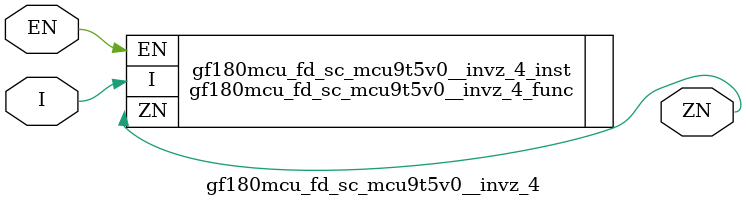
<source format=v>

module gf180mcu_fd_sc_mcu9t5v0__invz_4( EN, I, ZN );
input EN, I;
output ZN;

   `ifdef FUNCTIONAL  //  functional //

	gf180mcu_fd_sc_mcu9t5v0__invz_4_func gf180mcu_fd_sc_mcu9t5v0__invz_4_behav_inst(.EN(EN),.I(I),.ZN(ZN));

   `else

	gf180mcu_fd_sc_mcu9t5v0__invz_4_func gf180mcu_fd_sc_mcu9t5v0__invz_4_inst(.EN(EN),.I(I),.ZN(ZN));

	// spec_gates_begin


	// spec_gates_end



   specify

	// specify_block_begin

	// comb arc EN --> ZN
	 (EN => ZN) = (1.0,1.0);

	// comb arc I --> ZN
	 (I => ZN) = (1.0,1.0);

	// specify_block_end

   endspecify

   `endif

endmodule

</source>
